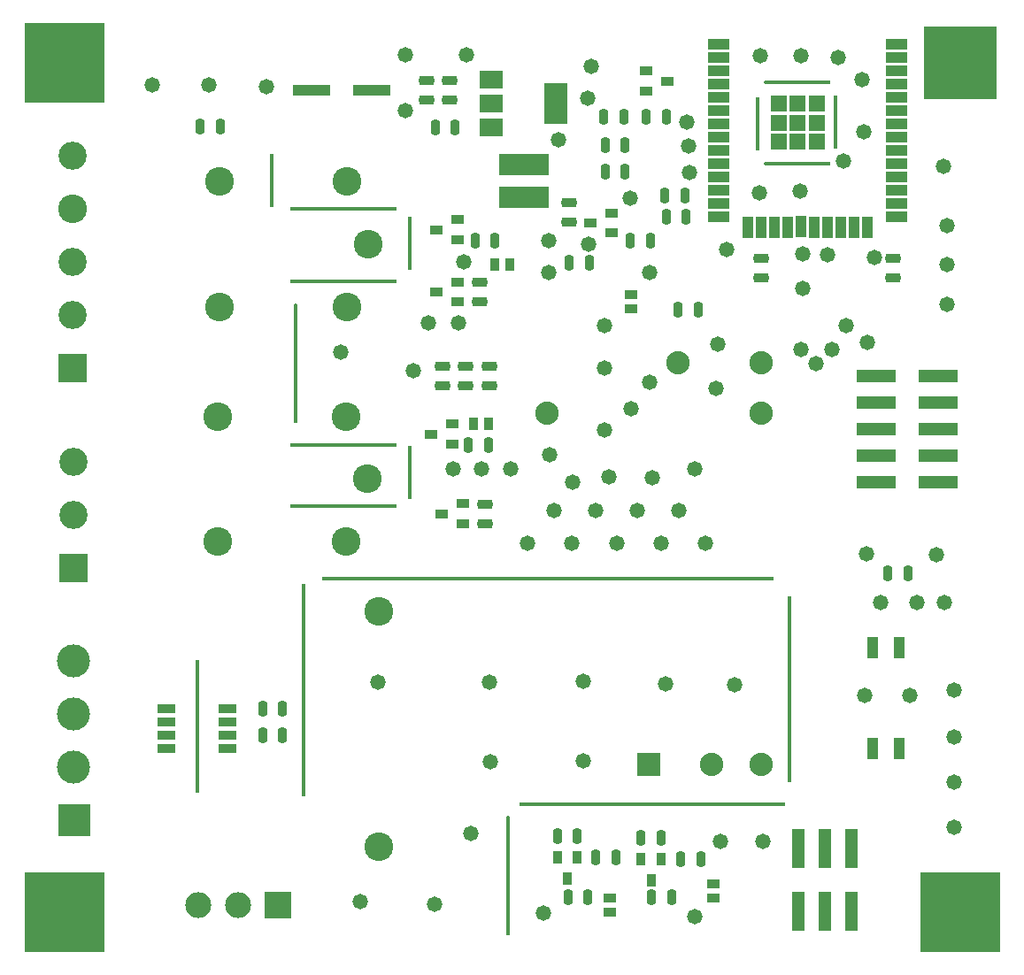
<source format=gts>
G04*
G04 #@! TF.GenerationSoftware,Altium Limited,Altium Designer,21.0.8 (223)*
G04*
G04 Layer_Color=8388736*
%FSLAX24Y24*%
%MOIN*%
G70*
G04*
G04 #@! TF.SameCoordinates,C0C2F11B-7DCF-4775-9714-D77671BE90CB*
G04*
G04*
G04 #@! TF.FilePolarity,Negative*
G04*
G01*
G75*
%ADD27R,0.0390X0.0800*%
%ADD28R,0.0800X0.0390*%
%ADD29R,0.0800X0.0400*%
G04:AMPARAMS|DCode=33|XSize=35.6mil|YSize=57.2mil|CornerRadius=10.9mil|HoleSize=0mil|Usage=FLASHONLY|Rotation=0.000|XOffset=0mil|YOffset=0mil|HoleType=Round|Shape=RoundedRectangle|*
%AMROUNDEDRECTD33*
21,1,0.0356,0.0354,0,0,0.0*
21,1,0.0138,0.0572,0,0,0.0*
1,1,0.0218,0.0069,-0.0177*
1,1,0.0218,-0.0069,-0.0177*
1,1,0.0218,-0.0069,0.0177*
1,1,0.0218,0.0069,0.0177*
%
%ADD33ROUNDEDRECTD33*%
%ADD34R,0.0494X0.0380*%
%ADD35R,0.0380X0.0480*%
%ADD36R,0.0880X0.0680*%
%ADD37R,0.0880X0.1580*%
%ADD38R,0.0671X0.0383*%
%ADD39R,0.1852X0.0828*%
%ADD40R,0.1438X0.0434*%
G04:AMPARAMS|DCode=41|XSize=35.6mil|YSize=57.2mil|CornerRadius=10.9mil|HoleSize=0mil|Usage=FLASHONLY|Rotation=270.000|XOffset=0mil|YOffset=0mil|HoleType=Round|Shape=RoundedRectangle|*
%AMROUNDEDRECTD41*
21,1,0.0356,0.0354,0,0,270.0*
21,1,0.0138,0.0572,0,0,270.0*
1,1,0.0218,-0.0177,-0.0069*
1,1,0.0218,-0.0177,0.0069*
1,1,0.0218,0.0177,0.0069*
1,1,0.0218,0.0177,-0.0069*
%
%ADD41ROUNDEDRECTD41*%
%ADD42R,0.0480X0.0380*%
%ADD43R,0.0380X0.0494*%
%ADD44R,0.0500X0.1500*%
%ADD45R,0.3000X0.3000*%
%ADD46R,0.0880X0.0880*%
%ADD47C,0.0880*%
G04:AMPARAMS|DCode=48|XSize=200mil|YSize=15mil|CornerRadius=3.8mil|HoleSize=0mil|Usage=FLASHONLY|Rotation=270.000|XOffset=0mil|YOffset=0mil|HoleType=Round|Shape=RoundedRectangle|*
%AMROUNDEDRECTD48*
21,1,0.2000,0.0075,0,0,270.0*
21,1,0.1925,0.0150,0,0,270.0*
1,1,0.0075,-0.0038,-0.0963*
1,1,0.0075,-0.0038,0.0963*
1,1,0.0075,0.0038,0.0963*
1,1,0.0075,0.0038,-0.0963*
%
%ADD48ROUNDEDRECTD48*%
G04:AMPARAMS|DCode=49|XSize=450mil|YSize=15mil|CornerRadius=3.8mil|HoleSize=0mil|Usage=FLASHONLY|Rotation=90.000|XOffset=0mil|YOffset=0mil|HoleType=Round|Shape=RoundedRectangle|*
%AMROUNDEDRECTD49*
21,1,0.4500,0.0075,0,0,90.0*
21,1,0.4425,0.0150,0,0,90.0*
1,1,0.0075,0.0038,0.2213*
1,1,0.0075,0.0038,-0.2213*
1,1,0.0075,-0.0038,-0.2213*
1,1,0.0075,-0.0038,0.2213*
%
%ADD49ROUNDEDRECTD49*%
%ADD50C,0.1080*%
%ADD51R,0.2750X0.2750*%
%ADD52R,0.1500X0.0500*%
%ADD53R,0.0600X0.0600*%
%ADD54R,0.0440X0.0800*%
%ADD55R,0.1060X0.1060*%
%ADD56C,0.1060*%
%ADD57C,0.1241*%
%ADD58R,0.1241X0.1241*%
%ADD59C,0.0980*%
%ADD60R,0.0986X0.0986*%
G04:AMPARAMS|DCode=61|XSize=400mil|YSize=15mil|CornerRadius=3.8mil|HoleSize=0mil|Usage=FLASHONLY|Rotation=0.000|XOffset=0mil|YOffset=0mil|HoleType=Round|Shape=RoundedRectangle|*
%AMROUNDEDRECTD61*
21,1,0.4000,0.0075,0,0,0.0*
21,1,0.3925,0.0150,0,0,0.0*
1,1,0.0075,0.1963,-0.0038*
1,1,0.0075,-0.1963,-0.0038*
1,1,0.0075,-0.1963,0.0038*
1,1,0.0075,0.1963,0.0038*
%
%ADD61ROUNDEDRECTD61*%
G04:AMPARAMS|DCode=62|XSize=800mil|YSize=15mil|CornerRadius=3.8mil|HoleSize=0mil|Usage=FLASHONLY|Rotation=90.000|XOffset=0mil|YOffset=0mil|HoleType=Round|Shape=RoundedRectangle|*
%AMROUNDEDRECTD62*
21,1,0.8000,0.0075,0,0,90.0*
21,1,0.7925,0.0150,0,0,90.0*
1,1,0.0075,0.0038,0.3963*
1,1,0.0075,0.0038,-0.3963*
1,1,0.0075,-0.0038,-0.3963*
1,1,0.0075,-0.0038,0.3963*
%
%ADD62ROUNDEDRECTD62*%
G04:AMPARAMS|DCode=63|XSize=250mil|YSize=15mil|CornerRadius=3.8mil|HoleSize=0mil|Usage=FLASHONLY|Rotation=0.000|XOffset=0mil|YOffset=0mil|HoleType=Round|Shape=RoundedRectangle|*
%AMROUNDEDRECTD63*
21,1,0.2500,0.0075,0,0,0.0*
21,1,0.2425,0.0150,0,0,0.0*
1,1,0.0075,0.1213,-0.0038*
1,1,0.0075,-0.1213,-0.0038*
1,1,0.0075,-0.1213,0.0038*
1,1,0.0075,0.1213,0.0038*
%
%ADD63ROUNDEDRECTD63*%
G04:AMPARAMS|DCode=64|XSize=1000mil|YSize=15mil|CornerRadius=3.8mil|HoleSize=0mil|Usage=FLASHONLY|Rotation=180.000|XOffset=0mil|YOffset=0mil|HoleType=Round|Shape=RoundedRectangle|*
%AMROUNDEDRECTD64*
21,1,1.0000,0.0075,0,0,180.0*
21,1,0.9925,0.0150,0,0,180.0*
1,1,0.0075,-0.4963,0.0038*
1,1,0.0075,0.4963,0.0038*
1,1,0.0075,0.4963,-0.0038*
1,1,0.0075,-0.4963,-0.0038*
%
%ADD64ROUNDEDRECTD64*%
G04:AMPARAMS|DCode=65|XSize=1700mil|YSize=15mil|CornerRadius=3.8mil|HoleSize=0mil|Usage=FLASHONLY|Rotation=180.000|XOffset=0mil|YOffset=0mil|HoleType=Round|Shape=RoundedRectangle|*
%AMROUNDEDRECTD65*
21,1,1.7000,0.0075,0,0,180.0*
21,1,1.6925,0.0150,0,0,180.0*
1,1,0.0075,-0.8462,0.0038*
1,1,0.0075,0.8462,0.0038*
1,1,0.0075,0.8462,-0.0038*
1,1,0.0075,-0.8462,-0.0038*
%
%ADD65ROUNDEDRECTD65*%
G04:AMPARAMS|DCode=66|XSize=700mil|YSize=15mil|CornerRadius=3.8mil|HoleSize=0mil|Usage=FLASHONLY|Rotation=90.000|XOffset=0mil|YOffset=0mil|HoleType=Round|Shape=RoundedRectangle|*
%AMROUNDEDRECTD66*
21,1,0.7000,0.0075,0,0,90.0*
21,1,0.6925,0.0150,0,0,90.0*
1,1,0.0075,0.0038,0.3463*
1,1,0.0075,0.0038,-0.3463*
1,1,0.0075,-0.0038,-0.3463*
1,1,0.0075,-0.0038,0.3463*
%
%ADD66ROUNDEDRECTD66*%
G04:AMPARAMS|DCode=67|XSize=500mil|YSize=15mil|CornerRadius=3.8mil|HoleSize=0mil|Usage=FLASHONLY|Rotation=90.000|XOffset=0mil|YOffset=0mil|HoleType=Round|Shape=RoundedRectangle|*
%AMROUNDEDRECTD67*
21,1,0.5000,0.0075,0,0,90.0*
21,1,0.4925,0.0150,0,0,90.0*
1,1,0.0075,0.0038,0.2463*
1,1,0.0075,0.0038,-0.2463*
1,1,0.0075,-0.0038,-0.2463*
1,1,0.0075,-0.0038,0.2463*
%
%ADD67ROUNDEDRECTD67*%
%ADD68C,0.0580*%
D27*
X31996Y27556D02*
D03*
X27996D02*
D03*
X27496D02*
D03*
X31496D02*
D03*
X30996D02*
D03*
X30496D02*
D03*
X29996D02*
D03*
X29496Y27560D02*
D03*
X28996Y27556D02*
D03*
X28496D02*
D03*
D28*
X33093Y27950D02*
D03*
Y28450D02*
D03*
Y28958D02*
D03*
Y29450D02*
D03*
Y29950D02*
D03*
Y30450D02*
D03*
Y30950D02*
D03*
Y31450D02*
D03*
Y31950D02*
D03*
Y32950D02*
D03*
Y33450D02*
D03*
Y33950D02*
D03*
Y34450D02*
D03*
X26400D02*
D03*
Y33950D02*
D03*
Y33450D02*
D03*
Y32950D02*
D03*
Y32450D02*
D03*
Y31950D02*
D03*
Y31450D02*
D03*
Y30950D02*
D03*
Y30450D02*
D03*
Y29950D02*
D03*
Y29450D02*
D03*
Y28950D02*
D03*
Y28450D02*
D03*
Y27950D02*
D03*
D29*
X33093Y32450D02*
D03*
D33*
X25724Y3750D02*
D03*
X24976D02*
D03*
X21074Y4600D02*
D03*
X20326D02*
D03*
X9974Y9400D02*
D03*
X9226D02*
D03*
Y8400D02*
D03*
X9974D02*
D03*
X21524Y26200D02*
D03*
X20776D02*
D03*
X24876Y24450D02*
D03*
X25624D02*
D03*
X16474Y31300D02*
D03*
X15726D02*
D03*
X22824Y31700D02*
D03*
X22076D02*
D03*
X22126Y30650D02*
D03*
X22874D02*
D03*
Y29650D02*
D03*
X22126D02*
D03*
X6876Y31350D02*
D03*
X7624D02*
D03*
X17974Y27050D02*
D03*
X17226D02*
D03*
X17724Y19350D02*
D03*
X16976D02*
D03*
X23076Y27050D02*
D03*
X23824D02*
D03*
X23676Y31700D02*
D03*
X24424D02*
D03*
X24624Y2300D02*
D03*
X23876D02*
D03*
X25124Y28750D02*
D03*
X24376D02*
D03*
X24224Y4550D02*
D03*
X23476D02*
D03*
X25174Y27950D02*
D03*
X24426D02*
D03*
X21474Y2300D02*
D03*
X20726D02*
D03*
X32776Y14500D02*
D03*
X33524D02*
D03*
X22524Y3800D02*
D03*
X21776D02*
D03*
D34*
X26200Y2278D02*
D03*
Y2822D02*
D03*
X22300Y2272D02*
D03*
Y1728D02*
D03*
X23100Y24478D02*
D03*
Y25022D02*
D03*
D35*
X20700Y3000D02*
D03*
X21075Y3800D02*
D03*
X20325D02*
D03*
X23850Y2950D02*
D03*
X24225Y3750D02*
D03*
X23475D02*
D03*
D36*
X17825Y33106D02*
D03*
Y32200D02*
D03*
Y31294D02*
D03*
D37*
X20275Y32206D02*
D03*
D38*
X5600Y9400D02*
D03*
Y8900D02*
D03*
Y8400D02*
D03*
Y7900D02*
D03*
X7900D02*
D03*
Y8400D02*
D03*
Y8900D02*
D03*
Y9400D02*
D03*
D39*
X19050Y29910D02*
D03*
Y28690D02*
D03*
D40*
X13322Y32700D02*
D03*
X11078D02*
D03*
D41*
X16850Y22324D02*
D03*
Y21576D02*
D03*
X20750Y28474D02*
D03*
Y27726D02*
D03*
X17400Y24726D02*
D03*
Y25474D02*
D03*
X17600Y16376D02*
D03*
Y17124D02*
D03*
X16250Y32326D02*
D03*
Y33074D02*
D03*
X15400D02*
D03*
Y32326D02*
D03*
X17750Y22324D02*
D03*
Y21576D02*
D03*
X32950Y25626D02*
D03*
Y26374D02*
D03*
X16000Y21576D02*
D03*
Y22324D02*
D03*
X28000Y26374D02*
D03*
Y25626D02*
D03*
D42*
X21550Y27700D02*
D03*
X22350Y27325D02*
D03*
Y28075D02*
D03*
X15750Y27450D02*
D03*
X16550Y27075D02*
D03*
Y27825D02*
D03*
X15550Y19750D02*
D03*
X16350Y19375D02*
D03*
Y20125D02*
D03*
X24450Y33050D02*
D03*
X23650Y33425D02*
D03*
Y32675D02*
D03*
X15750Y25100D02*
D03*
X16550Y24725D02*
D03*
Y25475D02*
D03*
X15950Y16750D02*
D03*
X16750Y16375D02*
D03*
Y17125D02*
D03*
D43*
X18522Y26150D02*
D03*
X17978D02*
D03*
X17178Y20150D02*
D03*
X17722D02*
D03*
D44*
X30400Y4130D02*
D03*
X31400Y1770D02*
D03*
X30400D02*
D03*
X29400D02*
D03*
X31400Y4130D02*
D03*
X29400D02*
D03*
D45*
X35500Y1750D02*
D03*
X1750D02*
D03*
Y33750D02*
D03*
D46*
X23768Y7300D02*
D03*
D47*
X19929Y20528D02*
D03*
X28000Y7300D02*
D03*
X26130D02*
D03*
X24850Y22457D02*
D03*
X28000Y20528D02*
D03*
Y22457D02*
D03*
D48*
X27850Y31450D02*
D03*
X14750Y18300D02*
D03*
X30800Y31500D02*
D03*
X14750Y26950D02*
D03*
X9550Y29300D02*
D03*
D49*
X10450Y22400D02*
D03*
X18450Y3100D02*
D03*
D50*
X13149Y18062D02*
D03*
X7547Y20424D02*
D03*
X12350D02*
D03*
X7547Y15700D02*
D03*
X12350D02*
D03*
X13600Y4221D02*
D03*
Y13079D02*
D03*
X2060Y28250D02*
D03*
X13199Y26912D02*
D03*
X7597Y29274D02*
D03*
X12400D02*
D03*
X7597Y24550D02*
D03*
X12400D02*
D03*
D51*
X35500Y33750D02*
D03*
D52*
X34680Y21950D02*
D03*
Y17950D02*
D03*
Y18950D02*
D03*
Y19950D02*
D03*
Y20950D02*
D03*
X32320Y19950D02*
D03*
Y20950D02*
D03*
Y21950D02*
D03*
Y18950D02*
D03*
Y17950D02*
D03*
D53*
X28650Y32210D02*
D03*
X30110Y30770D02*
D03*
X29380D02*
D03*
X28650D02*
D03*
X30110Y31490D02*
D03*
X29380D02*
D03*
X28650D02*
D03*
X30110Y32210D02*
D03*
X29380D02*
D03*
D54*
X33200Y11700D02*
D03*
X32200D02*
D03*
Y7900D02*
D03*
X33200D02*
D03*
D55*
X2060Y22250D02*
D03*
X2100Y14700D02*
D03*
D56*
X2060Y24250D02*
D03*
Y26250D02*
D03*
Y30250D02*
D03*
X2100Y18700D02*
D03*
Y16700D02*
D03*
D57*
Y9200D02*
D03*
Y7200D02*
D03*
Y11200D02*
D03*
D58*
X2130Y5220D02*
D03*
D59*
X6800Y2000D02*
D03*
X8300D02*
D03*
D60*
X9800D02*
D03*
D61*
X12250Y28250D02*
D03*
Y17050D02*
D03*
Y19350D02*
D03*
Y25500D02*
D03*
D62*
X10750Y10100D02*
D03*
D63*
X29350Y29950D02*
D03*
Y33000D02*
D03*
D64*
X23900Y5800D02*
D03*
D65*
X19950Y14300D02*
D03*
D66*
X29050Y10150D02*
D03*
D67*
X6750Y8750D02*
D03*
D68*
X23100Y20700D02*
D03*
X30050Y22400D02*
D03*
X19800Y1700D02*
D03*
X26450Y4400D02*
D03*
X28050D02*
D03*
X29500Y22950D02*
D03*
X30650D02*
D03*
X14900Y22150D02*
D03*
X20021Y18959D02*
D03*
X22100Y19900D02*
D03*
X26297Y21487D02*
D03*
X20350Y30850D02*
D03*
X21450Y32400D02*
D03*
X13550Y10400D02*
D03*
X27000Y10300D02*
D03*
X24400Y10350D02*
D03*
X21300Y10450D02*
D03*
X17750Y10400D02*
D03*
X12900Y2150D02*
D03*
X15700Y2050D02*
D03*
X17050Y4700D02*
D03*
X17800Y7400D02*
D03*
X21300Y7450D02*
D03*
X22100Y22250D02*
D03*
X32500Y13400D02*
D03*
X31900Y9900D02*
D03*
X33600D02*
D03*
X35261Y4926D02*
D03*
X16400Y18450D02*
D03*
X25498Y1585D02*
D03*
X35261Y6650D02*
D03*
X25200Y31500D02*
D03*
X25300Y29600D02*
D03*
X29555Y26555D02*
D03*
X29550Y25254D02*
D03*
X32000Y23200D02*
D03*
X31200Y23850D02*
D03*
X12150Y22850D02*
D03*
X25250Y30600D02*
D03*
X19200Y15650D02*
D03*
X31950Y15250D02*
D03*
X34600Y15200D02*
D03*
X33850Y13400D02*
D03*
X35261Y10100D02*
D03*
Y8350D02*
D03*
X30500Y26500D02*
D03*
X18550Y18450D02*
D03*
X21767Y16863D02*
D03*
X23334D02*
D03*
X24900D02*
D03*
X23900Y18100D02*
D03*
X20875Y15650D02*
D03*
X22550D02*
D03*
X24225D02*
D03*
X25900D02*
D03*
X25500Y18450D02*
D03*
X32258Y26400D02*
D03*
X35000Y27600D02*
D03*
Y26125D02*
D03*
Y24650D02*
D03*
X34850Y29850D02*
D03*
X31800Y33100D02*
D03*
X21500Y26900D02*
D03*
X22100Y23850D02*
D03*
X20900Y17950D02*
D03*
X20201Y16863D02*
D03*
X22271Y18132D02*
D03*
X21600Y33600D02*
D03*
X31100Y30050D02*
D03*
X31850Y31150D02*
D03*
X17450Y18450D02*
D03*
X34900Y13400D02*
D03*
X23050Y28650D02*
D03*
X20000Y27050D02*
D03*
X20010Y25839D02*
D03*
X26700Y26700D02*
D03*
X26350Y23150D02*
D03*
X23800Y25850D02*
D03*
Y21700D02*
D03*
X15450Y23950D02*
D03*
X16600D02*
D03*
X16800Y26250D02*
D03*
X14600Y31950D02*
D03*
X7200Y32900D02*
D03*
X9350Y32850D02*
D03*
X16900Y34050D02*
D03*
X14600D02*
D03*
X27933Y28838D02*
D03*
X29465Y28906D02*
D03*
X27950Y34000D02*
D03*
X30894Y33944D02*
D03*
X5050Y32900D02*
D03*
X29500Y34000D02*
D03*
M02*

</source>
